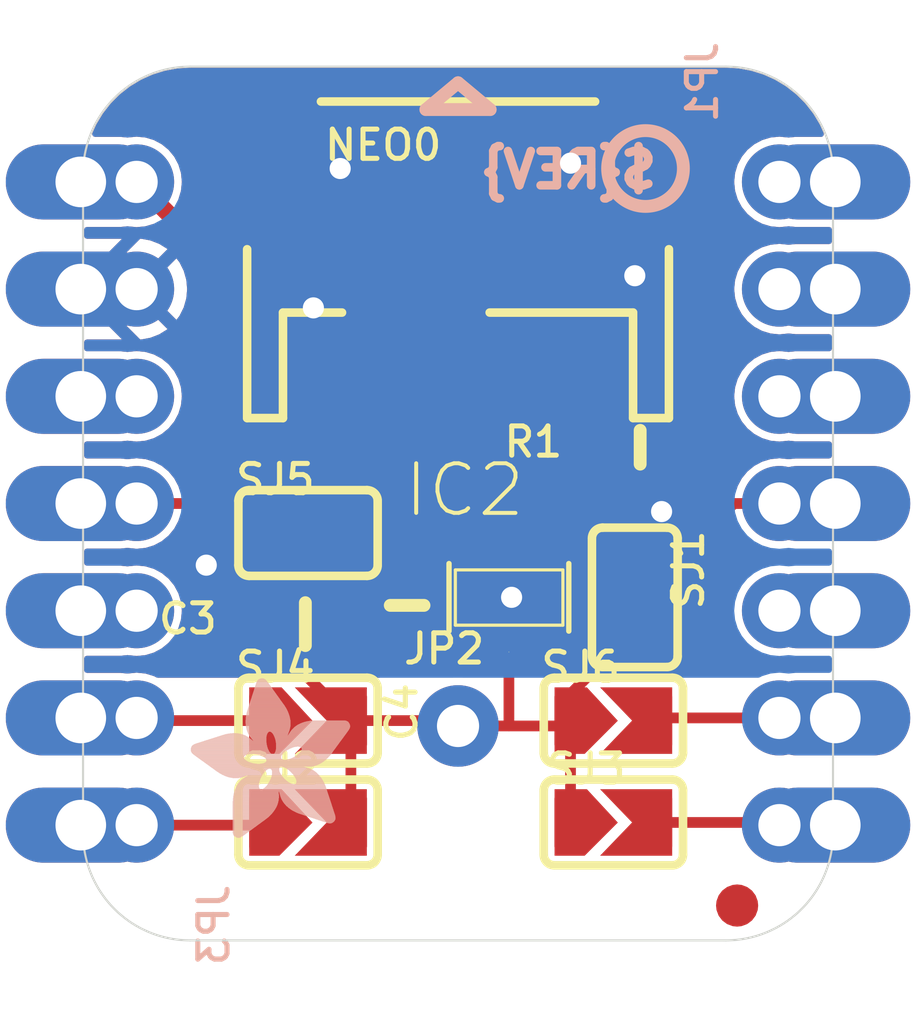
<source format=kicad_pcb>
(kicad_pcb (version 20221018) (generator pcbnew)
  (layers (0 "F.Cu" signal) (1 "In1.Cu" signal) (2 "In2.Cu" signal) (3 "In3.Cu" signal) (4 "In4.Cu" signal) (5 "In5.Cu" signal) (6 "In6.Cu" signal) (7 "In7.Cu" signal) (8 "In8.Cu" signal) (9 "In9.Cu" signal) (10 "In10.Cu" signal) (11 "In11.Cu" signal) (12 "In12.Cu" signal) (13 "In13.Cu" signal) (14 "In14.Cu" signal) (31 "B.Cu" signal) (34 "B.Paste" user) (35 "F.Paste" user) (36 "B.SilkS" user "B.Silkscreen") (37 "F.SilkS" user "F.Silkscreen") (38 "B.Mask" user) (39 "F.Mask" user) (44 "Edge.Cuts" user))
  (net 0 "")
  (net 1 "GND")
  (net 2 "+5V")
  (net 3 "NEOPIXEL")
  (net 4 "NEOPIX_OUT")
  (net 5 "N$1")
  (net 6 "A3")
  (net 7 "A0")
  (net 8 "A1")
  (net 9 "A2")
  (net 10 "SDA")
  (net 11 "SCL")
  (net 12 "TX")
  (net 13 "3V")
  (net 14 "MOSI")
  (net 15 "SCK")
  (net 16 "RX")
  (net 17 "MISO")
  (footprint "working:PLABEL12" (layer "F.Cu") (at 154.5971 107.2261 90)
    (fp_text reference "PLABEL12" hide)
    (fp_text value "" hide)
  )
  (footprint "working:SOLDERJUMPER_ARROW_NOPASTE" (layer "F.Cu") (at 152.1841 110.1471)
    (fp_text reference "SJ6" (at -1.778 -1.27) (layer "F.SilkS") (effects (font (size 0.692831 0.692831) (thickness 0.119969)) (justify left)))
    (fp_text value "")
    (fp_poly (pts (xy 0.106121 0.002663) (xy -0.679416 0.7882) (xy -1.3946 0.7882) (xy -1.3946 -0.7882) (xy -0.62715 -0.7882)) (fill solid) (layer "F.Cu"))
    (fp_poly (pts (xy 1.3946 0.7882) (xy -0.315893 0.7882) (xy 0.443148 0) (xy -0.315893 -0.7882) (xy 1.3946 -0.7882)) (fill solid) (layer "F.Cu"))
    (pad "1" smd roundrect (at -1.016 0) (size 0.762 1.524) (layers "F.Cu") (net 3 "NEOPIXEL"))
    (pad "2" smd roundrect (at 1.016 0) (size 0.762 1.524) (layers "F.Cu") (net 11 "SCL"))
  )
  (footprint "working:PLABEL0" (layer "F.Cu") (at 148.3741 114.4651)
    (fp_text reference "PLABEL0" hide)
    (fp_text value "" hide)
  )
  (footprint "working:FIDUCIAL_1MM" (layer "F.Cu") (at 141.7066 95.6056)
    (fp_text reference "U$8" hide)
    (fp_text value "FIDUCIAL_1MM" hide)
    (pad "1" smd roundrect (at 0 0) (size 1 1) (layers "F.Cu" "F.Mask") (roundrect_rratio 0.5))
  )
  (footprint "working:PLABEL7" (layer "F.Cu") (at 154.2161 104.8131)
    (fp_text reference "PLABEL7" hide)
    (fp_text value "" hide)
  )
  (footprint "working:SOLDERJUMPER_ARROW_NOPASTE" (layer "F.Cu") (at 144.9451 105.7021)
    (fp_text reference "SJ5" (at -1.778 -1.27) (layer "F.SilkS") (effects (font (size 0.692831 0.692831) (thickness 0.119969)) (justify left)))
    (fp_text value "")
    (fp_poly (pts (xy 0.106121 0.002663) (xy -0.679416 0.7882) (xy -1.3946 0.7882) (xy -1.3946 -0.7882) (xy -0.62715 -0.7882)) (fill solid) (layer "F.Cu"))
    (fp_poly (pts (xy 1.3946 0.7882) (xy -0.315893 0.7882) (xy 0.443148 0) (xy -0.315893 -0.7882) (xy 1.3946 -0.7882)) (fill solid) (layer "F.Cu"))
    (pad "1" smd roundrect (at -1.016 0) (size 0.762 1.524) (layers "F.Cu") (net 14 "MOSI"))
    (pad "2" smd roundrect (at 1.016 0) (size 0.762 1.524) (layers "F.Cu") (net 3 "NEOPIXEL"))
  )
  (footprint "working:0603-NO" (layer "F.Cu") (at 147.2946 107.4166 -90)
    (fp_text reference "C4" (at 1.778 0.127 90) (layer "F.SilkS") (effects (font (size 0.692831 0.692831) (thickness 0.119969)) (justify right)))
    (fp_text value "1uF")
    (pad "1" smd rect (at -0.85 0 270) (size 1.075 1) (layers "F.Cu" "F.Paste" "F.Mask") (net 2 "+5V"))
    (pad "2" smd rect (at 0.85 0 270) (size 1.075 1) (layers "F.Cu" "F.Paste" "F.Mask") (net 1 "GND"))
  )
  (footprint "working:PLABEL14" (layer "F.Cu") (at 142.5321 112.6236 90)
    (fp_text reference "PLABEL14" hide)
    (fp_text value "" hide)
  )
  (footprint "working:PLABEL15" (layer "F.Cu") (at 144.6911 102.9081)
    (fp_text reference "PLABEL15" hide)
    (fp_text value "" hide)
  )
  (footprint "working:SOT23-5" (layer "F.Cu") (at 149.7076 107.2261)
    (fp_text reference "IC2" (at -2.54 -2.54) (layer "F.SilkS") (effects (font (size 1.176528 1.176528) (thickness 0.093472)) (justify left)))
    (fp_text value "74AHCT1G125DBV")
    (pad "1" smd rect (at -0.95 1.29) (size 0.69 0.99) (layers "F.Cu" "F.Paste" "F.Mask") (net 1 "GND"))
    (pad "2" smd rect (at 0 1.29) (size 0.69 0.99) (layers "F.Cu" "F.Paste" "F.Mask") (net 3 "NEOPIXEL"))
    (pad "3" smd rect (at 0.95 1.29) (size 0.69 0.99) (layers "F.Cu" "F.Paste" "F.Mask") (net 1 "GND"))
    (pad "4" smd rect (at 0.95 -1.3) (size 0.69 0.99) (layers "F.Cu" "F.Paste" "F.Mask") (net 5 "N$1"))
    (pad "5" smd rect (at -0.95 -1.3) (size 0.69 0.99) (layers "F.Cu" "F.Paste" "F.Mask") (net 2 "+5V"))
  )
  (footprint "working:PLABEL17" (layer "F.Cu") (at 148.6281 105.7021)
    (fp_text reference "PLABEL17" hide)
    (fp_text value "" hide)
  )
  (footprint "working:SOLDERJUMPER_CLOSEDWIRE" (layer "F.Cu") (at 152.6921 107.2261 -90)
    (fp_text reference "SJ1" (at -1.651 -1.27 90) (layer "F.SilkS") (effects (font (size 0.692831 0.692831) (thickness 0.119969)) (justify right)))
    (fp_text value "")
    (pad "1" smd rect (at -0.762 0 270) (size 1.1684 1.6002) (layers "F.Cu") (net 6 "A3"))
    (pad "2" smd rect (at 0.762 0 270) (size 1.1684 1.6002) (layers "F.Cu") (net 3 "NEOPIXEL"))
    (pad "WIRE" smd rect (at 0 0 90) (size 0.635 0.2032) (layers "F.Cu"))
  )
  (footprint "working:JSTPH3" (layer "F.Cu") (at 148.5011 99.4791)
    (fp_text reference "NEO0" (at -3.2225 -2.9685) (layer "F.SilkS") (effects (font (size 0.692831 0.692831) (thickness 0.119969)) (justify left)))
    (fp_text value "JST PH 3")
    (pad "1" smd rect (at -2 2.7) (size 1 4.6) (layers "F.Cu" "F.Paste" "F.Mask") (net 1 "GND"))
    (pad "2" smd rect (at 0 2.7) (size 1 4.6) (layers "F.Cu" "F.Paste" "F.Mask") (net 2 "+5V"))
    (pad "3" smd rect (at 2 2.7) (size 1 4.6) (layers "F.Cu" "F.Paste" "F.Mask") (net 4 "NEOPIX_OUT"))
    (pad "NC1" smd rect (at -4.4 -2.5 90) (size 3.4 1.6) (layers "F.Cu" "F.Paste" "F.Mask") (net 1 "GND"))
    (pad "NC2" smd rect (at 4.4 -2.5 90) (size 3.4 1.6) (layers "F.Cu" "F.Paste" "F.Mask") (net 1 "GND"))
  )
  (footprint "working:1X01_ROUND_76MIL" (layer "F.Cu") (at 148.5011 110.2741)
    (fp_text reference "JP2" (at -1.3462 -1.8288) (layer "F.SilkS") (effects (font (size 0.692831 0.692831) (thickness 0.119969)) (justify left)))
    (fp_text value "")
    (pad "1" thru_hole circle (at 0 0 90) (size 1.9304 1.9304) (drill 1) (layers "*.Cu" "*.Mask") (net 3 "NEOPIXEL"))
  )
  (footprint "working:PLABEL9" (layer "F.Cu") (at 142.5321 102.4636 90)
    (fp_text reference "PLABEL9" hide)
    (fp_text value "" hide)
  )
  (footprint "working:PLABEL2" (layer "F.Cu") (at 154.5971 110.1471 90)
    (fp_text reference "PLABEL2" hide)
    (fp_text value "" hide)
  )
  (footprint "working:0805-NO" (layer "F.Cu") (at 144.8816 107.8611 180)
    (fp_text reference "C3" (at 2.032 0.127) (layer "F.SilkS") (effects (font (size 0.692831 0.692831) (thickness 0.119969)) (justify right)))
    (fp_text value "10uF")
    (pad "1" smd rect (at -0.95 0 180) (size 1.24 1.5) (layers "F.Cu" "F.Paste" "F.Mask") (net 2 "+5V"))
    (pad "2" smd rect (at 0.95 0 180) (size 1.24 1.5) (layers "F.Cu" "F.Paste" "F.Mask") (net 1 "GND"))
  )
  (footprint "working:SOLDERJUMPER_ARROW_NOPASTE" (layer "F.Cu") (at 144.9451 112.5601)
    (fp_text reference "SJ2" (at -1.651 -1.27) (layer "F.SilkS") (effects (font (size 0.692831 0.692831) (thickness 0.119969)) (justify left)))
    (fp_text value "")
    (fp_poly (pts (xy 0.106121 0.002663) (xy -0.679416 0.7882) (xy -1.3946 0.7882) (xy -1.3946 -0.7882) (xy -0.62715 -0.7882)) (fill solid) (layer "F.Cu"))
    (fp_poly (pts (xy 1.3946 0.7882) (xy -0.315893 0.7882) (xy 0.443148 0) (xy -0.315893 -0.7882) (xy 1.3946 -0.7882)) (fill solid) (layer "F.Cu"))
    (pad "1" smd roundrect (at -1.016 0) (size 0.762 1.524) (layers "F.Cu") (net 16 "RX"))
    (pad "2" smd roundrect (at 1.016 0) (size 0.762 1.524) (layers "F.Cu") (net 3 "NEOPIXEL"))
  )
  (footprint "working:PLABEL16" (layer "F.Cu") (at 151.2951 102.7811)
    (fp_text reference "PLABEL16" hide)
    (fp_text value "" hide)
  )
  (footprint "working:PLABEL3" (layer "F.Cu") (at 142.5321 97.5106 90)
    (fp_text reference "PLABEL3" hide)
    (fp_text value "" hide)
  )
  (footprint "working:PLABEL10" (layer "F.Cu") (at 142.5321 105.0036 90)
    (fp_text reference "PLABEL10" hide)
    (fp_text value "" hide)
  )
  (footprint "working:PLABEL8" (layer "F.Cu") (at 142.5321 99.9236 90)
    (fp_text reference "PLABEL8" hide)
    (fp_text value "" hide)
  )
  (footprint "working:PLABEL13" (layer "F.Cu") (at 142.5321 110.0836 90)
    (fp_text reference "PLABEL13" hide)
    (fp_text value "" hide)
  )
  (footprint "working:0603-NO" (layer "F.Cu") (at 152.8191 103.6701 180)
    (fp_text reference "R1" (at 1.778 0.127) (layer "F.SilkS") (effects (font (size 0.692831 0.692831) (thickness 0.119969)) (justify right)))
    (fp_text value "100")
    (pad "1" smd rect (at -0.85 0 180) (size 1.075 1) (layers "F.Cu" "F.Paste" "F.Mask") (net 5 "N$1"))
    (pad "2" smd rect (at 0.85 0 180) (size 1.075 1) (layers "F.Cu" "F.Paste" "F.Mask") (net 4 "NEOPIX_OUT"))
  )
  (footprint "working:PLABEL6" (layer "F.Cu") (at 154.4701 97.1931 90)
    (fp_text reference "PLABEL6" hide)
    (fp_text value "" hide)
  )
  (footprint "working:SOLDERJUMPER_ARROW_NOPASTE" (layer "F.Cu") (at 144.9451 110.1471)
    (fp_text reference "SJ4" (at -1.778 -1.27) (layer "F.SilkS") (effects (font (size 0.692831 0.692831) (thickness 0.119969)) (justify left)))
    (fp_text value "")
    (fp_poly (pts (xy 0.106121 0.002663) (xy -0.679416 0.7882) (xy -1.3946 0.7882) (xy -1.3946 -0.7882) (xy -0.62715 -0.7882)) (fill solid) (layer "F.Cu"))
    (fp_poly (pts (xy 1.3946 0.7882) (xy -0.315893 0.7882) (xy 0.443148 0) (xy -0.315893 -0.7882) (xy 1.3946 -0.7882)) (fill solid) (layer "F.Cu"))
    (pad "1" smd roundrect (at -1.016 0) (size 0.762 1.524) (layers "F.Cu") (net 15 "SCK"))
    (pad "2" smd roundrect (at 1.016 0) (size 0.762 1.524) (layers "F.Cu") (net 3 "NEOPIXEL"))
  )
  (footprint "working:PLABEL18" (layer "F.Cu") (at 147.2311 112.8141)
    (fp_text reference "PLABEL18" hide)
    (fp_text value "" hide)
  )
  (footprint "working:FIDUCIAL_1MM" (layer "F.Cu") (at 155.1178 114.5286)
    (fp_text reference "U$6" hide)
    (fp_text value "FIDUCIAL_1MM" hide)
    (pad "1" smd roundrect (at 0 0) (size 1 1) (layers "F.Cu" "F.Mask") (roundrect_rratio 0.5))
  )
  (footprint "working:PLABEL11" (layer "F.Cu") (at 142.5321 107.5436 90)
    (fp_text reference "PLABEL11" hide)
    (fp_text value "" hide)
  )
  (footprint "working:PLABEL5" (layer "F.Cu") (at 154.4701 102.2731 90)
    (fp_text reference "PLABEL5" hide)
    (fp_text value "" hide)
  )
  (footprint "working:PLABEL4" (layer "F.Cu") (at 154.4701 99.7331 90)
    (fp_text reference "PLABEL4" hide)
    (fp_text value "" hide)
  )
  (footprint "working:PLABEL1" (layer "F.Cu") (at 154.5971 112.8141 90)
    (fp_text reference "PLABEL1" hide)
    (fp_text value "" hide)
  )
  (footprint "working:SOLDERJUMPER_ARROW_NOPASTE" (layer "F.Cu") (at 152.1841 112.5601)
    (fp_text reference "SJ3" (at -1.651 -1.27) (layer "F.SilkS") (effects (font (size 0.692831 0.692831) (thickness 0.119969)) (justify left)))
    (fp_text value "")
    (fp_poly (pts (xy 0.106121 0.002663) (xy -0.679416 0.7882) (xy -1.3946 0.7882) (xy -1.3946 -0.7882) (xy -0.62715 -0.7882)) (fill solid) (layer "F.Cu"))
    (fp_poly (pts (xy 1.3946 0.7882) (xy -0.315893 0.7882) (xy 0.443148 0) (xy -0.315893 -0.7882) (xy 1.3946 -0.7882)) (fill solid) (layer "F.Cu"))
    (pad "1" smd roundrect (at -1.016 0) (size 0.762 1.524) (layers "F.Cu") (net 3 "NEOPIXEL"))
    (pad "2" smd roundrect (at 1.016 0) (size 0.762 1.524) (layers "F.Cu") (net 12 "TX"))
  )
  (footprint "working:ADAFRUIT_3.5MM" (layer "B.Cu") (at 145.9611 112.9411 180)
    (fp_text reference "U$2" hide)
    (fp_text value "" hide)
  )
  (footprint "working:PLABEL19" (layer "B.Cu") (at 148.3741 96.9391 180)
    (fp_text reference "PLABEL19" hide)
    (fp_text value "" hide)
  )
  (footprint "working:PCBFEAT-REV-040" (layer "B.Cu") (at 152.9461 97.0661 180)
    (fp_text reference "U$3" hide)
    (fp_text value "" hide)
    (fp_text user "${REV}" (at -0.3556 -0.508) (layer "B.SilkS") (effects (font (size 0.8128 0.8128) (thickness 0.2032)) (justify left bottom mirror)))
  )
  (footprint "working:1X07_CASTEL" (layer "B.Cu") (at 140.8811 105.0036 90)
    (fp_text reference "JP3" (at -8.9662 1.8288 90) (layer "B.SilkS") (effects (font (size 0.692831 0.692831) (thickness 0.119969)) (justify left mirror)))
    (fp_text value "")
    (pad "1" thru_hole circle (at -7.62 0) (size 1.778 1.778) (drill 1) (layers "*.Cu" "*.Mask") (net 16 "RX"))
    (pad "1C" thru_hole oval (at -7.62 -1.323975) (size 3.556 1.778) (drill 1.2) (layers "*.Cu" "*.Mask") (net 16 "RX"))
    (pad "2" thru_hole circle (at -5.08 0) (size 1.778 1.778) (drill 1) (layers "*.Cu" "*.Mask") (net 15 "SCK"))
    (pad "2C" thru_hole oval (at -5.08 -1.323975) (size 3.556 1.778) (drill 1.2) (layers "*.Cu" "*.Mask") (net 15 "SCK"))
    (pad "3" thru_hole circle (at -2.54 0) (size 1.778 1.778) (drill 1) (layers "*.Cu" "*.Mask") (net 17 "MISO"))
    (pad "3C" thru_hole oval (at -2.54 -1.323975) (size 3.556 1.778) (drill 1.2) (layers "*.Cu" "*.Mask") (net 17 "MISO"))
    (pad "4" thru_hole circle (at 0 0) (size 1.778 1.778) (drill 1) (layers "*.Cu" "*.Mask") (net 14 "MOSI"))
    (pad "4C" thru_hole oval (at 0 -1.323975) (size 3.556 1.778) (drill 1.2) (layers "*.Cu" "*.Mask") (net 14 "MOSI"))
    (pad "5" thru_hole circle (at 2.54 0) (size 1.778 1.778) (drill 1) (layers "*.Cu" "*.Mask") (net 13 "3V"))
    (pad "5C" thru_hole oval (at 2.54 -1.323975) (size 3.556 1.778) (drill 1.2) (layers "*.Cu" "*.Mask") (net 13 "3V"))
    (pad "6" thru_hole circle (at 5.08 0) (size 1.778 1.778) (drill 1) (layers "*.Cu" "*.Mask") (net 1 "GND"))
    (pad "6C" thru_hole oval (at 5.08 -1.323975) (size 3.556 1.778) (drill 1.2) (layers "*.Cu" "*.Mask") (net 1 "GND"))
    (pad "7" thru_hole circle (at 7.62 0) (size 1.778 1.778) (drill 1) (layers "*.Cu" "*.Mask") (net 2 "+5V"))
    (pad "7C" thru_hole oval (at 7.62 -1.323975) (size 3.556 1.778) (drill 1.2) (layers "*.Cu" "*.Mask") (net 2 "+5V"))
  )
  (footprint "working:PLABEL20" (layer "B.Cu") (at 148.5011 103.1621 180)
    (fp_text reference "PLABEL20" hide)
    (fp_text value "" hide)
  )
  (footprint "working:1X07_CASTEL" (layer "B.Cu") (at 156.1211 105.0036 -90)
    (fp_text reference "JP1" (at -8.9662 1.8288 -270) (layer "B.SilkS") (effects (font (size 0.692831 0.692831) (thickness 0.119969)) (justify right mirror)))
    (fp_text value "")
    (pad "1" thru_hole circle (at -7.62 0 180) (size 1.778 1.778) (drill 1) (layers "*.Cu" "*.Mask") (net 7 "A0"))
    (pad "1C" thru_hole oval (at -7.62 -1.323975 180) (size 3.556 1.778) (drill 1.2) (layers "*.Cu" "*.Mask") (net 7 "A0"))
    (pad "2" thru_hole circle (at -5.08 0 180) (size 1.778 1.778) (drill 1) (layers "*.Cu" "*.Mask") (net 8 "A1"))
    (pad "2C" thru_hole oval (at -5.08 -1.323975 180) (size 3.556 1.778) (drill 1.2) (layers "*.Cu" "*.Mask") (net 8 "A1"))
    (pad "3" thru_hole circle (at -2.54 0 180) (size 1.778 1.778) (drill 1) (layers "*.Cu" "*.Mask") (net 9 "A2"))
    (pad "3C" thru_hole oval (at -2.54 -1.323975 180) (size 3.556 1.778) (drill 1.2) (layers "*.Cu" "*.Mask") (net 9 "A2"))
    (pad "4" thru_hole circle (at 0 0 180) (size 1.778 1.778) (drill 1) (layers "*.Cu" "*.Mask") (net 6 "A3"))
    (pad "4C" thru_hole oval (at 0 -1.323975 180) (size 3.556 1.778) (drill 1.2) (layers "*.Cu" "*.Mask") (net 6 "A3"))
    (pad "5" thru_hole circle (at 2.54 0 180) (size 1.778 1.778) (drill 1) (layers "*.Cu" "*.Mask") (net 10 "SDA"))
    (pad "5C" thru_hole oval (at 2.54 -1.323975 180) (size 3.556 1.778) (drill 1.2) (layers "*.Cu" "*.Mask") (net 10 "SDA"))
    (pad "6" thru_hole circle (at 5.08 0 180) (size 1.778 1.778) (drill 1) (layers "*.Cu" "*.Mask") (net 11 "SCL"))
    (pad "6C" thru_hole oval (at 5.08 -1.323975 180) (size 3.556 1.778) (drill 1.2) (layers "*.Cu" "*.Mask") (net 11 "SCL"))
    (pad "7" thru_hole circle (at 7.62 0 180) (size 1.778 1.778) (drill 1) (layers "*.Cu" "*.Mask") (net 12 "TX"))
    (pad "7C" thru_hole oval (at 7.62 -1.323975 180) (size 3.556 1.778) (drill 1.2) (layers "*.Cu" "*.Mask") (net 12 "TX"))
  )
  (gr_line (start 147.7391 95.6691) (end 148.5011 95.0341) (stroke (width 0.3048)) (layer "B.SilkS"))
  (gr_line (start 148.5011 95.0341) (end 149.2631 95.6691) (stroke (width 0.3048)) (layer "B.SilkS"))
  (gr_line (start 149.2631 95.6691) (end 147.7391 95.6691) (stroke (width 0.3048)) (layer "B.SilkS"))
  (gr_line (start 157.3911 97.1931) (end 157.3911 112.8141) (stroke (width 0.05)) (layer "Edge.Cuts"))
  (gr_line (start 142.1511 94.6531) (end 154.8511 94.6531) (stroke (width 0.05)) (layer "Edge.Cuts"))
  (gr_line (start 154.8511 115.3541) (end 142.1511 115.3541) (stroke (width 0.05)) (layer "Edge.Cuts"))
  (gr_arc (start 139.6111 97.1931) (mid 140.355049 95.397049) (end 142.1511 94.6531) (stroke (width 0.05)) (layer "Edge.Cuts"))
  (gr_line (start 139.6111 112.8141) (end 139.6111 97.1931) (stroke (width 0.05)) (layer "Edge.Cuts"))
  (gr_arc (start 154.8511 94.6531) (mid 156.647151 95.397049) (end 157.3911 97.1931) (stroke (width 0.05)) (layer "Edge.Cuts"))
  (gr_arc (start 157.3911 112.8141) (mid 156.647151 114.610151) (end 154.8511 115.3541) (stroke (width 0.05)) (layer "Edge.Cuts"))
  (gr_arc (start 142.1511 115.3541) (mid 140.355049 114.610151) (end 139.6111 112.8141) (stroke (width 0.05)) (layer "Edge.Cuts"))
  (segment (start 147.2946 108.2666) (end 147.3581 108.3301) (width 0.3048) (layer "F.Cu") (net 1))
  (segment (start 148.5236 108.7501) (end 147.3581 108.7501) (width 0.3048) (layer "F.Cu") (net 1))
  (segment (start 149.4781 106.8451) (end 148.0566 108.2666) (width 0.3048) (layer "F.Cu") (net 1))
  (segment (start 147.3581 108.3301) (end 147.3581 108.7501) (width 0.3048) (layer "F.Cu") (net 1))
  (segment (start 149.4781 106.8451) (end 150.6601 106.8451) (width 0.3048) (layer "F.Cu") (net 1))
  (segment (start 148.7576 108.5161) (end 148.5236 108.7501) (width 0.3048) (layer "F.Cu") (net 1))
  (segment (start 150.6601 106.8451) (end 150.6601 108.5136) (width 0.3048) (layer "F.Cu") (net 1))
  (segment (start 150.6601 108.5136) (end 150.6576 108.5161) (width 0.3048) (layer "F.Cu") (net 1))
  (segment (start 147.2946 108.2666) (end 148.0566 108.2666) (width 0.3048) (layer "F.Cu") (net 1))
  (via (at 149.7711 107.2261) (size 0.9064) (drill 0.5) (layers "F.Cu" "B.Cu") (net 1))
  (via (at 153.3271 105.1941) (size 0.9064) (drill 0.5) (layers "F.Cu" "B.Cu") (net 1))
  (via (at 151.1681 96.9391) (size 0.9064) (drill 0.5) (layers "F.Cu" "B.Cu") (net 1))
  (via (at 152.6921 99.6061) (size 0.9064) (drill 0.5) (layers "F.Cu" "B.Cu") (net 1))
  (via (at 142.5321 106.4641) (size 0.9064) (drill 0.5) (layers "F.Cu" "B.Cu") (net 1))
  (via (at 145.0721 100.3681) (size 0.9064) (drill 0.5) (layers "F.Cu" "B.Cu") (net 1))
  (via (at 145.7071 97.0661) (size 0.9064) (drill 0.5) (layers "F.Cu" "B.Cu") (net 1))
  (segment (start 147.1261 106.5666) (end 147.2946 106.5666) (width 0.4064) (layer "F.Cu") (net 2))
  (segment (start 142.8496 99.3521) (end 148.1201 99.3521) (width 0.4064) (layer "F.Cu") (net 2))
  (segment (start 140.8811 97.3836) (end 142.8496 99.3521) (width 0.4064) (layer "F.Cu") (net 2))
  (segment (start 147.9351 105.9261) (end 148.7576 105.9261) (width 0.4064) (layer "F.Cu") (net 2))
  (segment (start 148.5011 99.7331) (end 148.5011 102.1791) (width 0.4064) (layer "F.Cu") (net 2))
  (segment (start 148.5011 102.1791) (end 148.5011 105.6696) (width 0.4064) (layer "F.Cu") (net 2))
  (segment (start 147.2946 106.5666) (end 147.9351 105.9261) (width 0.4064) (layer "F.Cu") (net 2))
  (segment (start 139.557125 97.3836) (end 140.8811 97.3836) (width 0.3048) (layer "F.Cu") (net 2))
  (segment (start 148.1201 99.3521) (end 148.5011 99.7331) (width 0.4064) (layer "F.Cu") (net 2))
  (segment (start 148.5011 105.6696) (end 148.7576 105.9261) (width 0.4064) (layer "F.Cu") (net 2))
  (segment (start 145.8316 107.8611) (end 147.1261 106.5666) (width 0.4064) (layer "F.Cu") (net 2))
  (segment (start 148.6916 110.2741) (end 148.8821 110.2741) (width 0.254) (layer "F.Cu") (net 3))
  (segment (start 151.1681 110.1471) (end 151.0411 110.2741) (width 0.254) (layer "F.Cu") (net 3))
  (segment (start 148.5011 110.2741) (end 148.6916 110.254047) (width 0.254) (layer "F.Cu") (net 3))
  (segment (start 148.8821 110.2741) (end 149.7076 110.2741) (width 0.254) (layer "F.Cu") (net 3))
  (segment (start 145.9611 105.7021) (end 144.9068 106.7564) (width 0.254) (layer "F.Cu") (net 3))
  (segment (start 145.9611 110.1471) (end 148.7551 110.1471) (width 0.254) (layer "F.Cu") (net 3))
  (segment (start 151.0411 110.2741) (end 149.7076 110.2741) (width 0.254) (layer "F.Cu") (net 3))
  (segment (start 152.6921 107.9881) (end 151.1046 109.5756) (width 0.254) (layer "F.Cu") (net 3))
  (segment (start 144.9068 109.0928) (end 145.9611 110.1471) (width 0.254) (layer "F.Cu") (net 3))
  (segment (start 151.1046 109.5756) (end 151.1046 110.0836) (width 0.254) (layer "F.Cu") (net 3))
  (segment (start 148.6916 110.254047) (end 148.6916 110.2741) (width 0.254) (layer "F.Cu") (net 3))
  (segment (start 148.7551 110.1471) (end 148.8821 110.2741) (width 0.254) (layer "F.Cu") (net 3))
  (segment (start 144.9068 106.7564) (end 144.9068 109.0928) (width 0.254) (layer "F.Cu") (net 3))
  (segment (start 145.9611 110.1471) (end 145.9611 112.5601) (width 0.254) (layer "F.Cu") (net 3))
  (segment (start 151.1681 112.5601) (end 151.1681 110.1471) (width 0.254) (layer "F.Cu") (net 3))
  (segment (start 151.1046 110.0836) (end 151.1681 110.1471) (width 0.254) (layer "F.Cu") (net 3))
  (segment (start 149.7076 110.2741) (end 149.7076 108.5161) (width 0.254) (layer "F.Cu") (net 3))
  (segment (start 151.9691 103.6701) (end 150.7221 103.6701) (width 0.254) (layer "F.Cu") (net 4))
  (segment (start 150.5011 102.1791) (end 150.3741 102.3061) (width 0.254) (layer "F.Cu") (net 4))
  (segment (start 150.7221 103.6701) (end 150.3741 103.3221) (width 0.254) (layer "F.Cu") (net 4))
  (segment (start 150.3741 102.3061) (end 150.3741 103.3221) (width 0.254) (layer "F.Cu") (net 4))
  (segment (start 150.6576 105.9261) (end 150.6576 105.5451) (width 0.254) (layer "F.Cu") (net 5))
  (segment (start 152.7801 104.5591) (end 151.6436 104.5591) (width 0.254) (layer "F.Cu") (net 5))
  (segment (start 152.7801 104.5591) (end 153.6691 103.6701) (width 0.254) (layer "F.Cu") (net 5))
  (segment (start 151.6436 104.5591) (end 150.6576 105.5451) (width 0.254) (layer "F.Cu") (net 5))
  (segment (start 157.445075 105.0036) (end 155.0416 105.0036) (width 0.254) (layer "F.Cu") (net 6))
  (segment (start 152.6921 106.4641) (end 153.5811 106.4641) (width 0.254) (layer "F.Cu") (net 6))
  (segment (start 155.0416 105.0036) (end 153.5811 106.4641) (width 0.254) (layer "F.Cu") (net 6))
  (segment (start 157.445075 105.0036) (end 156.1211 105.0036) (width 0.254) (layer "F.Cu") (net 6))
  (segment (start 157.445075 97.3836) (end 156.1211 97.3836) (width 0.254) (layer "F.Cu") (net 7))
  (segment (start 157.445075 99.9236) (end 156.1211 99.9236) (width 0.254) (layer "F.Cu") (net 8))
  (segment (start 157.445075 102.4636) (end 156.1211 102.4636) (width 0.254) (layer "F.Cu") (net 9))
  (segment (start 157.445075 107.5436) (end 156.1211 107.5436) (width 0.254) (layer "F.Cu") (net 10))
  (segment (start 157.445075 110.0836) (end 156.1211 110.0836) (width 0.254) (layer "F.Cu") (net 11))
  (segment (start 157.445075 110.0836) (end 153.2636 110.0836) (width 0.254) (layer "F.Cu") (net 11))
  (segment (start 153.2636 110.0836) (end 153.2001 110.1471) (width 0.254) (layer "F.Cu") (net 11))
  (segment (start 156.0576 112.5601) (end 156.1211 112.6236) (width 0.254) (layer "F.Cu") (net 12))
  (segment (start 153.2001 112.5601) (end 156.0576 112.5601) (width 0.254) (layer "F.Cu") (net 12))
  (segment (start 157.445075 112.6236) (end 156.1211 112.6236) (width 0.254) (layer "F.Cu") (net 12))
  (segment (start 139.557125 102.4636) (end 140.8811 102.4636) (width 0.254) (layer "F.Cu") (net 13))
  (segment (start 139.557125 105.0036) (end 140.8811 105.0036) (width 0.254) (layer "F.Cu") (net 14))
  (segment (start 143.2306 105.0036) (end 143.9291 105.7021) (width 0.254) (layer "F.Cu") (net 14))
  (segment (start 140.8811 105.0036) (end 143.2306 105.0036) (width 0.254) (layer "F.Cu") (net 14))
  (segment (start 140.9446 110.1471) (end 140.8811 110.0836) (width 0.254) (layer "F.Cu") (net 15))
  (segment (start 139.557125 110.0836) (end 140.8811 110.0836) (width 0.254) (layer "F.Cu") (net 15))
  (segment (start 143.9291 110.1471) (end 140.9446 110.1471) (width 0.254) (layer "F.Cu") (net 15))
  (segment (start 139.557125 112.6236) (end 140.8811 112.6236) (width 0.254) (layer "F.Cu") (net 16))
  (segment (start 143.9291 112.5601) (end 143.8656 112.6236) (width 0.254) (layer "F.Cu") (net 16))
  (segment (start 143.8656 112.6236) (end 140.8811 112.6236) (width 0.254) (layer "F.Cu") (net 16))
  (segment (start 139.557125 107.5436) (end 140.8811 107.5436) (width 0.254) (layer "F.Cu") (net 17))
  (zone (net 1) (net_name "GND") (layer "F.Cu") (priority 6) (connect_pads (clearance 0.000001)) (min_thickness 0.127) (fill yes (thermal_gap 0.304) (thermal_bridge_width 0.304))
    (polygon (pts (xy 157.5181 109.1311) (xy 139.4841 109.1311) (xy 139.4841 94.5261) (xy 157.5181 94.5261)))
  )
  (zone (net 1) (net_name "GND") (layer "B.Cu") (priority 6) (connect_pads (clearance 0.000001)) (min_thickness 0.127) (fill yes (thermal_gap 0.304) (thermal_bridge_width 0.304))
    (polygon (pts (xy 157.5181 109.1311) (xy 139.4841 109.1311) (xy 139.4841 94.5261) (xy 157.5181 94.5261)))
  )
)
</source>
